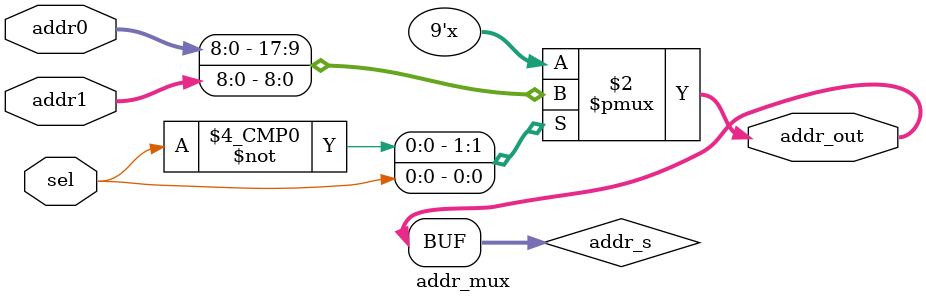
<source format=v>
`timescale 1ns / 1ps
module addr_mux(
	input [8:0] addr0,
	input [8:0] addr1,
	output [8:0] addr_out,
	input sel
    );

	reg [8:0] addr_s;
	assign addr_out = addr_s;
	
	always @(*)
	begin
		case(sel)
			1'b0: addr_s = addr0;
			1'b1: addr_s = addr1;
		endcase 
	end

endmodule

</source>
